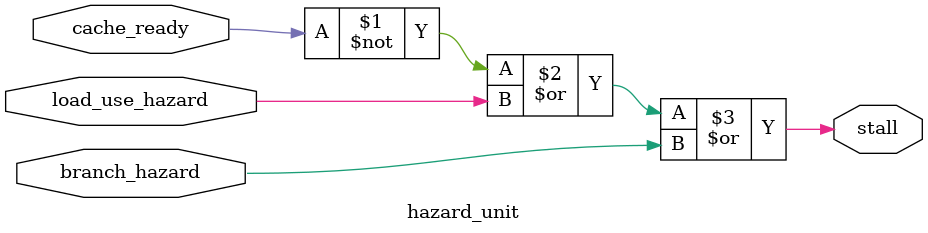
<source format=v>
module hazard_unit(
    input  wire cache_ready,       // 1 ⇒ cache is ready
    input  wire load_use_hazard,   // 1 ⇒ must stall for a load-use data hazard
    input  wire branch_hazard,     // 1 ⇒ must stall for branch resolution (optional)
    output wire stall              // 1 ⇒ pipeline must stall
);

    // stall if ANY hazard is present or the cache is not ready
    assign stall = (~cache_ready)
                 | load_use_hazard
                 | branch_hazard
                 // | other_hazard_flag
                 ;

endmodule


</source>
